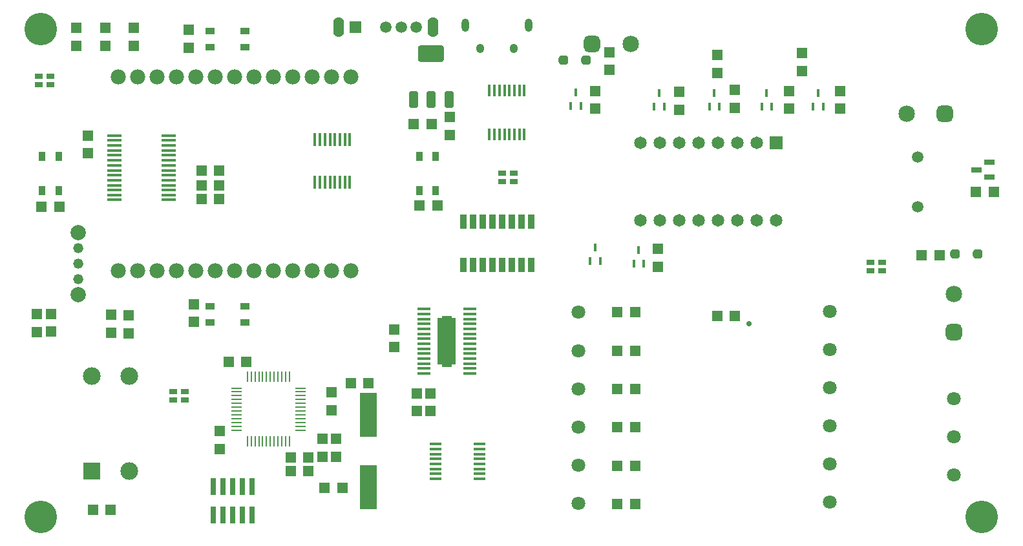
<source format=gts>
G04*
G04 #@! TF.GenerationSoftware,Altium Limited,Altium Designer,25.5.2 (35)*
G04*
G04 Layer_Color=8388736*
%FSLAX23Y23*%
%MOIN*%
G70*
G04*
G04 #@! TF.SameCoordinates,10694D88-6559-4D2D-811B-EC1DD4263B2B*
G04*
G04*
G04 #@! TF.FilePolarity,Negative*
G04*
G01*
G75*
%ADD22R,0.011X0.058*%
%ADD23R,0.058X0.011*%
%ADD25R,0.018X0.044*%
G04:AMPARAMS|DCode=26|XSize=62mil|YSize=16mil|CornerRadius=2mil|HoleSize=0mil|Usage=FLASHONLY|Rotation=270.000|XOffset=0mil|YOffset=0mil|HoleType=Round|Shape=RoundedRectangle|*
%AMROUNDEDRECTD26*
21,1,0.062,0.012,0,0,270.0*
21,1,0.058,0.016,0,0,270.0*
1,1,0.004,-0.006,-0.029*
1,1,0.004,-0.006,0.029*
1,1,0.004,0.006,0.029*
1,1,0.004,0.006,-0.029*
%
%ADD26ROUNDEDRECTD26*%
G04:AMPARAMS|DCode=27|XSize=62mil|YSize=16mil|CornerRadius=2mil|HoleSize=0mil|Usage=FLASHONLY|Rotation=0.000|XOffset=0mil|YOffset=0mil|HoleType=Round|Shape=RoundedRectangle|*
%AMROUNDEDRECTD27*
21,1,0.062,0.012,0,0,0.0*
21,1,0.058,0.016,0,0,0.0*
1,1,0.004,0.029,-0.006*
1,1,0.004,-0.029,-0.006*
1,1,0.004,-0.029,0.006*
1,1,0.004,0.029,0.006*
%
%ADD27ROUNDEDRECTD27*%
%ADD29R,0.030X0.087*%
%ADD30R,0.094X0.243*%
%ADD31R,0.070X0.014*%
%ADD34R,0.075X0.016*%
%ADD35R,0.039X0.031*%
%ADD39R,0.038X0.049*%
%ADD40R,0.053X0.053*%
%ADD41R,0.014X0.066*%
%ADD42R,0.053X0.053*%
%ADD43R,0.049X0.038*%
G04:AMPARAMS|DCode=44|XSize=86mil|YSize=45mil|CornerRadius=9mil|HoleSize=0mil|Usage=FLASHONLY|Rotation=90.000|XOffset=0mil|YOffset=0mil|HoleType=Round|Shape=RoundedRectangle|*
%AMROUNDEDRECTD44*
21,1,0.086,0.027,0,0,90.0*
21,1,0.069,0.045,0,0,90.0*
1,1,0.017,0.014,0.034*
1,1,0.017,0.014,-0.034*
1,1,0.017,-0.014,-0.034*
1,1,0.017,-0.014,0.034*
%
%ADD44ROUNDEDRECTD44*%
%ADD45R,0.057X0.026*%
%ADD46R,0.032X0.076*%
G04:AMPARAMS|DCode=47|XSize=50mil|YSize=49mil|CornerRadius=15mil|HoleSize=0mil|Usage=FLASHONLY|Rotation=0.000|XOffset=0mil|YOffset=0mil|HoleType=Round|Shape=RoundedRectangle|*
%AMROUNDEDRECTD47*
21,1,0.050,0.019,0,0,0.0*
21,1,0.021,0.049,0,0,0.0*
1,1,0.029,0.010,-0.010*
1,1,0.029,-0.010,-0.010*
1,1,0.029,-0.010,0.010*
1,1,0.029,0.010,0.010*
%
%ADD47ROUNDEDRECTD47*%
G04:AMPARAMS|DCode=48|XSize=86mil|YSize=135mil|CornerRadius=14mil|HoleSize=0mil|Usage=FLASHONLY|Rotation=90.000|XOffset=0mil|YOffset=0mil|HoleType=Round|Shape=RoundedRectangle|*
%AMROUNDEDRECTD48*
21,1,0.086,0.108,0,0,90.0*
21,1,0.058,0.135,0,0,90.0*
1,1,0.027,0.054,0.029*
1,1,0.027,0.054,-0.029*
1,1,0.027,-0.054,-0.029*
1,1,0.027,-0.054,0.029*
%
%ADD48ROUNDEDRECTD48*%
%ADD49R,0.091X0.228*%
%ADD50C,0.091*%
%ADD51C,0.071*%
%ADD52C,0.085*%
G04:AMPARAMS|DCode=53|XSize=85mil|YSize=85mil|CornerRadius=23mil|HoleSize=0mil|Usage=FLASHONLY|Rotation=180.000|XOffset=0mil|YOffset=0mil|HoleType=Round|Shape=RoundedRectangle|*
%AMROUNDEDRECTD53*
21,1,0.085,0.038,0,0,180.0*
21,1,0.038,0.085,0,0,180.0*
1,1,0.046,-0.019,0.019*
1,1,0.046,0.019,0.019*
1,1,0.046,0.019,-0.019*
1,1,0.046,-0.019,-0.019*
%
%ADD53ROUNDEDRECTD53*%
G04:AMPARAMS|DCode=54|XSize=85mil|YSize=85mil|CornerRadius=23mil|HoleSize=0mil|Usage=FLASHONLY|Rotation=90.000|XOffset=0mil|YOffset=0mil|HoleType=Round|Shape=RoundedRectangle|*
%AMROUNDEDRECTD54*
21,1,0.085,0.038,0,0,90.0*
21,1,0.038,0.085,0,0,90.0*
1,1,0.046,0.019,0.019*
1,1,0.046,0.019,-0.019*
1,1,0.046,-0.019,-0.019*
1,1,0.046,-0.019,0.019*
%
%ADD54ROUNDEDRECTD54*%
%ADD55O,0.040X0.067*%
%ADD56O,0.042X0.049*%
%ADD57C,0.059*%
%ADD58O,0.056X0.103*%
%ADD59R,0.059X0.059*%
%ADD60C,0.078*%
%ADD61R,0.065X0.065*%
%ADD62C,0.065*%
%ADD63R,0.091X0.091*%
%ADD64C,0.052*%
%ADD65C,0.079*%
%ADD66C,0.028*%
%ADD67C,0.168*%
G36*
X3190Y1904D02*
X3240D01*
D01*
D01*
Y1893D01*
X3190D01*
Y1904D01*
D01*
D01*
D02*
G37*
G36*
Y2146D02*
X3240D01*
D01*
D01*
Y2157D01*
X3190D01*
Y2146D01*
D01*
D01*
D02*
G37*
D22*
X2384Y1509D02*
D03*
X2206Y1841D02*
D03*
X2403D02*
D03*
X2384D02*
D03*
X2364D02*
D03*
X2344D02*
D03*
X2325D02*
D03*
X2305D02*
D03*
X2285D02*
D03*
X2265D02*
D03*
X2246D02*
D03*
X2226D02*
D03*
X2187D02*
D03*
Y1509D02*
D03*
X2206D02*
D03*
X2226D02*
D03*
X2246D02*
D03*
X2265D02*
D03*
X2285D02*
D03*
X2305D02*
D03*
X2325D02*
D03*
X2344D02*
D03*
X2364D02*
D03*
X2403D02*
D03*
D23*
X2129Y1586D02*
D03*
X2461Y1705D02*
D03*
Y1567D02*
D03*
Y1586D02*
D03*
Y1606D02*
D03*
Y1626D02*
D03*
Y1645D02*
D03*
Y1665D02*
D03*
Y1685D02*
D03*
Y1724D02*
D03*
Y1744D02*
D03*
Y1764D02*
D03*
Y1783D02*
D03*
X2129D02*
D03*
Y1764D02*
D03*
Y1744D02*
D03*
Y1724D02*
D03*
Y1705D02*
D03*
Y1685D02*
D03*
Y1665D02*
D03*
Y1645D02*
D03*
Y1626D02*
D03*
Y1606D02*
D03*
Y1567D02*
D03*
D25*
X4865Y3305D02*
D03*
X5130Y3306D02*
D03*
X3880Y3310D02*
D03*
X4310Y3306D02*
D03*
X4205Y2496D02*
D03*
X4595Y3306D02*
D03*
X4621Y3234D02*
D03*
X4569D02*
D03*
X4231Y2424D02*
D03*
X4179D02*
D03*
X3980Y2510D02*
D03*
X4006Y2440D02*
D03*
X3954D02*
D03*
X4336Y3234D02*
D03*
X4284D02*
D03*
X3906Y3240D02*
D03*
X3854D02*
D03*
X5156Y3234D02*
D03*
X5104D02*
D03*
X4891Y3234D02*
D03*
X4839D02*
D03*
D26*
X3487Y3318D02*
D03*
X3461D02*
D03*
X3435D02*
D03*
X3615Y3092D02*
D03*
X3589D02*
D03*
X3563D02*
D03*
X3538D02*
D03*
X3512D02*
D03*
X3487D02*
D03*
X3461D02*
D03*
X3435D02*
D03*
X3512Y3318D02*
D03*
X3538D02*
D03*
X3563D02*
D03*
X3589D02*
D03*
X3615D02*
D03*
D27*
X3157Y1367D02*
D03*
Y1341D02*
D03*
Y1315D02*
D03*
X3383Y1495D02*
D03*
Y1469D02*
D03*
Y1443D02*
D03*
Y1418D02*
D03*
Y1392D02*
D03*
Y1367D02*
D03*
Y1341D02*
D03*
Y1315D02*
D03*
X3157Y1392D02*
D03*
Y1418D02*
D03*
Y1443D02*
D03*
Y1469D02*
D03*
Y1495D02*
D03*
D29*
X2060Y1130D02*
D03*
X2110D02*
D03*
X2210D02*
D03*
X2160D02*
D03*
X2010D02*
D03*
X2210Y1276D02*
D03*
X2160D02*
D03*
X2110D02*
D03*
X2060D02*
D03*
X2010D02*
D03*
D30*
X3215Y2025D02*
D03*
D31*
X3332Y1859D02*
D03*
Y1884D02*
D03*
Y1910D02*
D03*
Y1935D02*
D03*
Y1961D02*
D03*
Y1987D02*
D03*
Y2012D02*
D03*
Y2038D02*
D03*
Y2063D02*
D03*
Y2089D02*
D03*
Y2115D02*
D03*
Y2140D02*
D03*
Y2166D02*
D03*
Y2191D02*
D03*
X3098D02*
D03*
Y2166D02*
D03*
Y2140D02*
D03*
Y2115D02*
D03*
Y2089D02*
D03*
Y2063D02*
D03*
Y2038D02*
D03*
Y2012D02*
D03*
Y1987D02*
D03*
Y1961D02*
D03*
Y1935D02*
D03*
Y1910D02*
D03*
Y1884D02*
D03*
Y1859D02*
D03*
D34*
X1499Y3010D02*
D03*
X1781Y2856D02*
D03*
Y2754D02*
D03*
Y2779D02*
D03*
Y2805D02*
D03*
Y2830D02*
D03*
Y2882D02*
D03*
Y2907D02*
D03*
Y2933D02*
D03*
Y2958D02*
D03*
Y2984D02*
D03*
Y3010D02*
D03*
Y3035D02*
D03*
Y3061D02*
D03*
Y3086D02*
D03*
X1499Y3086D02*
D03*
Y3061D02*
D03*
Y3035D02*
D03*
Y2984D02*
D03*
Y2958D02*
D03*
Y2933D02*
D03*
Y2907D02*
D03*
Y2882D02*
D03*
Y2856D02*
D03*
Y2830D02*
D03*
Y2805D02*
D03*
Y2779D02*
D03*
Y2754D02*
D03*
D35*
X3560Y2892D02*
D03*
Y2848D02*
D03*
X3500Y2892D02*
D03*
Y2848D02*
D03*
X1805Y1723D02*
D03*
Y1767D02*
D03*
X1865Y1723D02*
D03*
Y1767D02*
D03*
X5460Y2432D02*
D03*
Y2388D02*
D03*
X5400Y2432D02*
D03*
Y2388D02*
D03*
X1110Y3348D02*
D03*
Y3392D02*
D03*
X1170Y3348D02*
D03*
Y3392D02*
D03*
D39*
X3157Y2979D02*
D03*
Y2801D02*
D03*
X3073Y2979D02*
D03*
Y2801D02*
D03*
X1128D02*
D03*
Y2979D02*
D03*
X1212D02*
D03*
Y2801D02*
D03*
D40*
X3074Y2725D02*
D03*
X2041Y2905D02*
D03*
X2181Y1920D02*
D03*
X2409Y1355D02*
D03*
Y1425D02*
D03*
X3044Y3145D02*
D03*
X2719Y1810D02*
D03*
X2584Y1270D02*
D03*
X2041Y2760D02*
D03*
Y2830D02*
D03*
X5756Y2470D02*
D03*
X5664D02*
D03*
X4609Y2155D02*
D03*
X4701D02*
D03*
X1949Y2830D02*
D03*
Y2760D02*
D03*
X2676Y1270D02*
D03*
X2811Y1810D02*
D03*
X3136Y3145D02*
D03*
X2501Y1425D02*
D03*
Y1355D02*
D03*
X2089Y1920D02*
D03*
X4094Y2175D02*
D03*
X4186D02*
D03*
X4094Y1977D02*
D03*
X4186D02*
D03*
X4094Y1185D02*
D03*
X4186D02*
D03*
X4094Y1779D02*
D03*
X4186D02*
D03*
X4094Y1581D02*
D03*
X4186D02*
D03*
X4094Y1383D02*
D03*
X4186D02*
D03*
X3166Y2725D02*
D03*
X1216Y2720D02*
D03*
X1124D02*
D03*
X1949Y2905D02*
D03*
X1389Y1155D02*
D03*
X1481D02*
D03*
X5944Y2795D02*
D03*
X6036D02*
D03*
D41*
X2561Y2844D02*
D03*
X2715D02*
D03*
X2561Y3066D02*
D03*
X2535D02*
D03*
X2587D02*
D03*
X2612D02*
D03*
X2638D02*
D03*
X2663D02*
D03*
X2689D02*
D03*
X2715D02*
D03*
X2689Y2844D02*
D03*
X2663D02*
D03*
X2638D02*
D03*
X2612D02*
D03*
X2587D02*
D03*
X2535D02*
D03*
D42*
X3060Y1664D02*
D03*
X1175Y2166D02*
D03*
X1485Y2161D02*
D03*
X2620Y1669D02*
D03*
X2045Y1561D02*
D03*
X2575Y1429D02*
D03*
X3130Y1664D02*
D03*
X3230Y3089D02*
D03*
X1365Y2994D02*
D03*
X2645Y1429D02*
D03*
Y1521D02*
D03*
X1365Y3086D02*
D03*
X3230Y3181D02*
D03*
X3130Y1756D02*
D03*
X2575Y1521D02*
D03*
X2045Y1469D02*
D03*
X2620Y1761D02*
D03*
X1885Y3539D02*
D03*
Y3631D02*
D03*
X1910Y2124D02*
D03*
Y2216D02*
D03*
X4700Y3229D02*
D03*
Y3321D02*
D03*
X4305Y2409D02*
D03*
Y2501D02*
D03*
X4415Y3219D02*
D03*
Y3311D02*
D03*
X3980Y3224D02*
D03*
Y3316D02*
D03*
X1575Y2158D02*
D03*
Y2065D02*
D03*
X5245Y3224D02*
D03*
Y3316D02*
D03*
X4980Y3224D02*
D03*
Y3316D02*
D03*
X1600Y3549D02*
D03*
Y3641D02*
D03*
X1305Y3549D02*
D03*
Y3641D02*
D03*
X1455Y3549D02*
D03*
Y3641D02*
D03*
X1485Y2069D02*
D03*
X1175Y2074D02*
D03*
X1100Y2072D02*
D03*
Y2165D02*
D03*
X3060Y1756D02*
D03*
X2945Y1994D02*
D03*
Y2086D02*
D03*
X5048Y3511D02*
D03*
Y3419D02*
D03*
X4610Y3501D02*
D03*
Y3409D02*
D03*
X4055Y3516D02*
D03*
Y3424D02*
D03*
D43*
X1995Y2207D02*
D03*
X2172D02*
D03*
X1995Y3627D02*
D03*
X2172D02*
D03*
Y3543D02*
D03*
X1995D02*
D03*
X2172Y2123D02*
D03*
X1995D02*
D03*
D44*
X3044Y3271D02*
D03*
X3135D02*
D03*
X3226D02*
D03*
D45*
X6012Y2948D02*
D03*
X5948Y2910D02*
D03*
X6012Y2872D02*
D03*
D46*
X3650Y2419D02*
D03*
X3300D02*
D03*
X3350D02*
D03*
X3400D02*
D03*
X3450D02*
D03*
X3500D02*
D03*
X3550D02*
D03*
X3600D02*
D03*
X3650Y2641D02*
D03*
X3600D02*
D03*
X3550D02*
D03*
X3500D02*
D03*
X3450D02*
D03*
X3400D02*
D03*
X3350D02*
D03*
X3300D02*
D03*
D47*
X3817Y3475D02*
D03*
X3933D02*
D03*
X5953Y2475D02*
D03*
X5837D02*
D03*
D48*
X3135Y3509D02*
D03*
D49*
X2810Y1271D02*
D03*
Y1645D02*
D03*
D50*
X1578Y1354D02*
D03*
Y1846D02*
D03*
X1382D02*
D03*
D51*
X5830Y1335D02*
D03*
X5190Y2179D02*
D03*
Y1982D02*
D03*
Y1785D02*
D03*
Y1588D02*
D03*
Y1391D02*
D03*
Y1194D02*
D03*
X3895Y2174D02*
D03*
Y1977D02*
D03*
Y1780D02*
D03*
Y1583D02*
D03*
Y1386D02*
D03*
Y1189D02*
D03*
X5830Y1729D02*
D03*
Y1532D02*
D03*
D52*
X4162Y3560D02*
D03*
X5830Y2268D02*
D03*
X5587Y3200D02*
D03*
D53*
X5783D02*
D03*
X3965Y3560D02*
D03*
D54*
X5830Y2072D02*
D03*
D55*
X3309Y3655D02*
D03*
X3638D02*
D03*
D56*
X3561Y3537D02*
D03*
X3386D02*
D03*
D57*
X2979Y3645D02*
D03*
X2900D02*
D03*
X3057D02*
D03*
X5645Y2720D02*
D03*
Y2976D02*
D03*
D58*
X2658Y3645D02*
D03*
X3142D02*
D03*
D59*
X2743D02*
D03*
D60*
X1520Y2390D02*
D03*
X1620D02*
D03*
X1720D02*
D03*
X1820D02*
D03*
X1920D02*
D03*
X2020D02*
D03*
X2120D02*
D03*
X2220D02*
D03*
X2320D02*
D03*
X2420D02*
D03*
X2520D02*
D03*
X2620D02*
D03*
X2720D02*
D03*
X1520Y3390D02*
D03*
X1620D02*
D03*
X1720D02*
D03*
X1820D02*
D03*
X1920D02*
D03*
X2020D02*
D03*
X2120D02*
D03*
X2220D02*
D03*
X2320D02*
D03*
X2420D02*
D03*
X2520D02*
D03*
X2620D02*
D03*
X2720D02*
D03*
D61*
X4915Y3050D02*
D03*
D62*
X4815D02*
D03*
X4715D02*
D03*
X4615D02*
D03*
X4515D02*
D03*
X4415D02*
D03*
X4315D02*
D03*
X4215D02*
D03*
Y2650D02*
D03*
X4315D02*
D03*
X4415D02*
D03*
X4515D02*
D03*
X4615D02*
D03*
X4715D02*
D03*
X4815D02*
D03*
X4915D02*
D03*
D63*
X1382Y1354D02*
D03*
D64*
X1315Y2346D02*
D03*
Y2425D02*
D03*
Y2504D02*
D03*
D65*
Y2264D02*
D03*
Y2586D02*
D03*
D66*
X4775Y2115D02*
D03*
D67*
X5975Y3635D02*
D03*
Y1120D02*
D03*
X1120D02*
D03*
Y3635D02*
D03*
M02*

</source>
